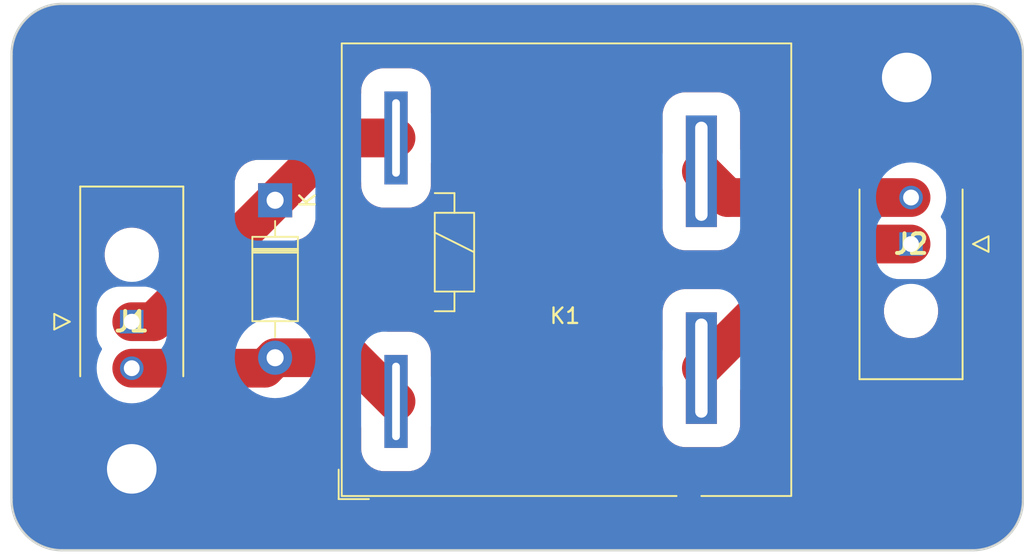
<source format=kicad_pcb>
(kicad_pcb (version 20221018) (generator pcbnew)
  (layers (0 "F.Cu" signal) (31 "B.Cu" signal) (34 "B.Paste" user) (35 "F.Paste" user) (36 "B.SilkS" user "B.Silkscreen") (37 "F.SilkS" user "F.Silkscreen") (38 "B.Mask" user) (39 "F.Mask" user) (44 "Edge.Cuts" user))
  (net 0 "")
  (net 1 "Net-(D1-K)")
  (net 2 "Net-(D1-A)")
  (net 3 "Net-(J2-Pin_1)")
  (net 4 "Net-(J2-Pin_2)")
  (net 5 "GND")
  (footprint "MountingHole:MountingHole_3.2mm_M3_ISO7380_Pad_TopBottom" (layer "F.Cu") (at 110.75 72.25)
    (fp_text reference "H2" hide)
    (fp_text value "MountingHole_Pad")
    (pad "1" thru_hole circle (at 0 0) (size 3.6 3.6) (drill 3.2) (layers "*.Cu" "*.Mask") (net 5 "GND"))
    (pad "1" connect circle (at 0 0) (size 5.7 5.7) (layers "F.Cu" "F.Mask") (net 5 "GND"))
    (pad "1" connect circle (at 0 0) (size 5.7 5.7) (layers "B.Cu" "B.Mask") (net 5 "GND"))
  )
  (footprint "MountingHole:MountingHole_3.2mm_M3_ISO7380_Pad_TopBottom" (layer "F.Cu") (at 60.75 97.5)
    (fp_text reference "H1" hide)
    (fp_text value "MountingHole_Pad")
    (pad "1" thru_hole circle (at 0 0) (size 3.6 3.6) (drill 3.2) (layers "*.Cu" "*.Mask") (net 5 "GND"))
    (pad "1" connect circle (at 0 0) (size 5.7 5.7) (layers "F.Cu" "F.Mask") (net 5 "GND"))
    (pad "1" connect circle (at 0 0) (size 5.7 5.7) (layers "B.Cu" "B.Mask") (net 5 "GND"))
  )
  (footprint "Diode_THT:D_DO-41_SOD81_P10.16mm_Horizontal" (layer "F.Cu") (at 70 80.17 -90)
    (fp_text reference "D1" hide)
    (fp_text value "1N4004")
    (fp_text user "K" (at 0 -2.1 90) (layer "F.SilkS"))
    (fp_line (start 1.34 0) (end 2.36 0) (stroke (width 0.12)) (layer "F.SilkS"))
    (fp_line (start 2.36 -1.47) (end 2.36 1.47) (stroke (width 0.12)) (layer "F.SilkS"))
    (fp_line (start 2.36 1.47) (end 7.8 1.47) (stroke (width 0.12)) (layer "F.SilkS"))
    (fp_line (start 3.14 -1.47) (end 3.14 1.47) (stroke (width 0.12)) (layer "F.SilkS"))
    (fp_line (start 3.26 -1.47) (end 3.26 1.47) (stroke (width 0.12)) (layer "F.SilkS"))
    (fp_line (start 3.38 -1.47) (end 3.38 1.47) (stroke (width 0.12)) (layer "F.SilkS"))
    (fp_line (start 7.8 -1.47) (end 2.36 -1.47) (stroke (width 0.12)) (layer "F.SilkS"))
    (fp_line (start 7.8 1.47) (end 7.8 -1.47) (stroke (width 0.12)) (layer "F.SilkS"))
    (fp_line (start 8.82 0) (end 7.8 0) (stroke (width 0.12)) (layer "F.SilkS"))
    (pad "1" thru_hole rect (at 0 0 270) (size 2.2 2.2) (drill 1.1) (layers "*.Cu" "*.Mask") (net 1 "Net-(D1-K)"))
    (pad "2" thru_hole oval (at 10.16 0 270) (size 2.2 2.2) (drill 1.1) (layers "*.Cu" "*.Mask") (net 2 "Net-(D1-A)"))
  )
  (footprint "Library:AEV20EP" (layer "F.Cu") (at 77.8 97.75)
    (fp_text reference "K1" (at 10.9 -10.12) (layer "F.SilkS"))
    (fp_text value "AEV20EP")
    (fp_line (start -3.7 1.7) (end -3.7 -0.2) (stroke (width 0.12)) (layer "F.SilkS"))
    (fp_line (start -3.5 -27.7) (end 25.5 -27.7) (stroke (width 0.12)) (layer "F.SilkS"))
    (fp_line (start -3.5 1.5) (end -3.5 -27.7) (stroke (width 0.12)) (layer "F.SilkS"))
    (fp_line (start -1.75 1.7) (end -3.7 1.7) (stroke (width 0.12)) (layer "F.SilkS"))
    (fp_line (start 2.5 -18.04) (end 3.77 -18.04) (stroke (width 0.12)) (layer "F.SilkS"))
    (fp_line (start 2.5 -16.77) (end 3.77 -16.77) (stroke (width 0.12)) (layer "F.SilkS"))
    (fp_line (start 2.5 -15.5) (end 5.04 -14.23) (stroke (width 0.12)) (layer "F.SilkS"))
    (fp_line (start 2.5 -11.69) (end 2.5 -16.77) (stroke (width 0.12)) (layer "F.SilkS"))
    (fp_line (start 3.77 -18.04) (end 3.77 -16.77) (stroke (width 0.12)) (layer "F.SilkS"))
    (fp_line (start 3.77 -16.77) (end 5.04 -16.77) (stroke (width 0.12)) (layer "F.SilkS"))
    (fp_line (start 3.77 -11.69) (end 3.77 -10.42) (stroke (width 0.12)) (layer "F.SilkS"))
    (fp_line (start 3.77 -10.42) (end 2.5 -10.42) (stroke (width 0.12)) (layer "F.SilkS"))
    (fp_line (start 5.04 -16.77) (end 5.04 -11.69) (stroke (width 0.12)) (layer "F.SilkS"))
    (fp_line (start 5.04 -11.69) (end 2.5 -11.69) (stroke (width 0.12)) (layer "F.SilkS"))
    (fp_line (start 18.1 1.5) (end -3.5 1.5) (stroke (width 0.12)) (layer "F.SilkS"))
    (fp_line (start 25.45 1.5) (end 19.7 1.5) (stroke (width 0.12)) (layer "F.SilkS"))
    (fp_line (start 25.5 -27.7) (end 25.5 1.5) (stroke (width 0.12)) (layer "F.SilkS"))
    (pad "11" thru_hole rect (at 19.7 -19.45) (size 2 7.2) (drill oval 0.8 6.4) (layers "*.Cu" "*.Mask") (net 4 "Net-(J2-Pin_2)"))
    (pad "14" thru_hole rect (at 19.7 -6.75) (size 2 7.2) (drill oval 0.8 6.4) (layers "*.Cu" "*.Mask") (net 3 "Net-(J2-Pin_1)"))
    (pad "A1" thru_hole rect (at 0 -4.6) (size 1.5 6) (drill oval 0.5 5) (layers "*.Cu" "*.Mask") (net 2 "Net-(D1-A)"))
    (pad "A2" thru_hole rect (at 0 -21.6) (size 1.5 6) (drill oval 0.5 5) (layers "*.Cu" "*.Mask") (net 1 "Net-(D1-K)"))
  )
  (footprint "Library:43045-02YY" (layer "F.Cu") (at 60.75 88.0054 180)
    (fp_text reference "J1" (at 0 0) (layer "F.SilkS") (effects (font (size 1.27 1.27) (thickness 0.254))))
    (fp_text value "Conn_01x02_Pin" hide)
    (fp_line (start -3.325 8.72) (end -3.325 -3.52) (stroke (width 0.127)) (layer "F.SilkS"))
    (fp_line (start 3.325 -3.52) (end 3.325 8.72) (stroke (width 0.127)) (layer "F.SilkS"))
    (fp_line (start 3.325 8.72) (end -3.325 8.72) (stroke (width 0.127)) (layer "F.SilkS"))
    (fp_line (start 4 0) (end 5 -0.5) (stroke (width 0.127)) (layer "F.SilkS"))
    (fp_line (start 5 -0.5) (end 5 0.5) (stroke (width 0.127)) (layer "F.SilkS"))
    (fp_line (start 5 0.5) (end 4 0) (stroke (width 0.127)) (layer "F.SilkS"))
    (pad "" np_thru_hole circle (at 0 4.32 180) (size 3 3) (drill 3) (layers "*.Cu" "*.Mask"))
    (pad "1" thru_hole rect (at 0 0 180) (size 1.52 1.52) (drill 1.02) (layers "*.Cu" "*.Mask") (net 1 "Net-(D1-K)"))
    (pad "2" thru_hole circle (at 0 -3 180) (size 1.52 1.52) (drill 1.02) (layers "*.Cu" "*.Mask") (net 2 "Net-(D1-A)"))
  )
  (footprint "Library:43045-02YY" (layer "F.Cu") (at 111.02825 82.9946)
    (fp_text reference "J2" (at 0 0) (layer "F.SilkS") (effects (font (size 1.27 1.27) (thickness 0.254))))
    (fp_text value "Conn_01x02_Pin" hide)
    (fp_line (start -3.325 8.72) (end -3.325 -3.52) (stroke (width 0.127)) (layer "F.SilkS"))
    (fp_line (start 3.325 -3.52) (end 3.325 8.72) (stroke (width 0.127)) (layer "F.SilkS"))
    (fp_line (start 3.325 8.72) (end -3.325 8.72) (stroke (width 0.127)) (layer "F.SilkS"))
    (fp_line (start 4 0) (end 5 -0.5) (stroke (width 0.127)) (layer "F.SilkS"))
    (fp_line (start 5 -0.5) (end 5 0.5) (stroke (width 0.127)) (layer "F.SilkS"))
    (fp_line (start 5 0.5) (end 4 0) (stroke (width 0.127)) (layer "F.SilkS"))
    (pad "" np_thru_hole circle (at 0 4.32) (size 3 3) (drill 3) (layers "*.Cu" "*.Mask"))
    (pad "1" thru_hole rect (at 0 0) (size 1.52 1.52) (drill 1.02) (layers "*.Cu" "*.Mask") (net 3 "Net-(J2-Pin_1)"))
    (pad "2" thru_hole circle (at 0 -3) (size 1.52 1.52) (drill 1.02) (layers "*.Cu" "*.Mask") (net 4 "Net-(J2-Pin_2)"))
  )
  (gr_arc (start 53 70.75) (mid 53.951903 68.451903) (end 56.25 67.5) (stroke (width 0.15)) (layer "Edge.Cuts"))
  (gr_line (start 56.25 102.75) (end 115 102.75) (stroke (width 0.15)) (layer "Edge.Cuts"))
  (gr_line (start 118.25 99.5) (end 118.25 70.75) (stroke (width 0.15)) (layer "Edge.Cuts"))
  (gr_line (start 56.25 67.5) (end 115 67.5) (stroke (width 0.15)) (layer "Edge.Cuts"))
  (gr_line (start 53 70.75) (end 53 99.5) (stroke (width 0.15)) (layer "Edge.Cuts"))
  (gr_arc (start 118.25 99.5) (mid 117.298097 101.798097) (end 115 102.75) (stroke (width 0.15)) (layer "Edge.Cuts"))
  (gr_arc (start 56.25 102.75) (mid 53.951903 101.798097) (end 53 99.5) (stroke (width 0.15)) (layer "Edge.Cuts"))
  (gr_arc (start 115 67.5) (mid 117.298097 68.451903) (end 118.25 70.75) (stroke (width 0.15)) (layer "Edge.Cuts"))
  (segment (start 60.75 88.0054) (end 62.1646 88.0054) (width 2.5) (layer "F.Cu") (net 1))
  (segment (start 62.1646 88.0054) (end 70 80.17) (width 2.5) (layer "F.Cu") (net 1))
  (segment (start 74.02 76.15) (end 70 80.17) (width 2.5) (layer "F.Cu") (net 1))
  (segment (start 77.8 76.15) (end 74.02 76.15) (width 2.5) (layer "F.Cu") (net 1))
  (segment (start 60.75 91.0054) (end 69.3246 91.0054) (width 2.5) (layer "F.Cu") (net 2))
  (segment (start 74.98 90.33) (end 77.8 93.15) (width 2.5) (layer "F.Cu") (net 2))
  (segment (start 70 90.33) (end 74.98 90.33) (width 2.5) (layer "F.Cu") (net 2))
  (segment (start 69.3246 91.0054) (end 70 90.33) (width 2.5) (layer "F.Cu") (net 2))
  (segment (start 105.5054 82.9946) (end 97.5 91) (width 2.5) (layer "F.Cu") (net 3))
  (segment (start 111.02825 82.9946) (end 105.5054 82.9946) (width 2.5) (layer "F.Cu") (net 3))
  (segment (start 111.02825 79.9946) (end 99.1946 79.9946) (width 2.5) (layer "F.Cu") (net 4))
  (segment (start 99.1946 79.9946) (end 97.5 78.3) (width 2.5) (layer "F.Cu") (net 4))
  (zone (net 5) (net_name "GND") (layers "F&B.Cu") (connect_pads (clearance 1.5)) (min_thickness 0.25) (fill yes (thermal_gap 0.5) (thermal_bridge_width 0.5))
    (polygon (pts (xy 52.25 67.25) (xy 118.25 67.25) (xy 118.25 103) (xy 52.25 103)))
  )
)
</source>
